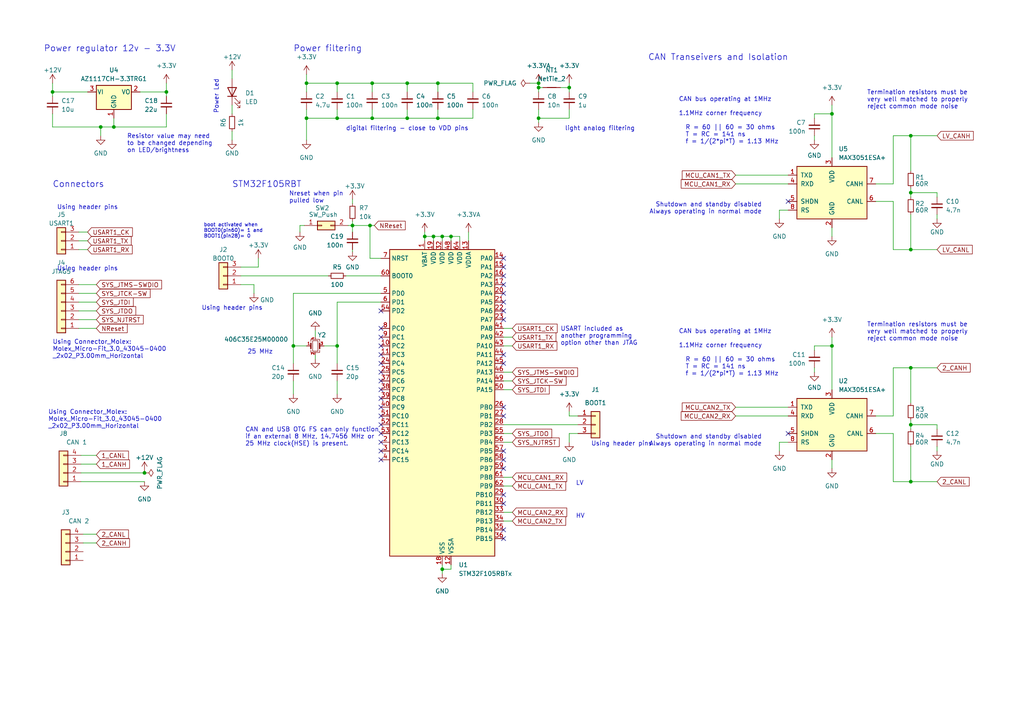
<source format=kicad_sch>
(kicad_sch (version 20250114) (generator "eeschema") (generator_version "9.0")
  (paper "A4")
  (lib_symbols
    (symbol "Connector_Generic:Conn_01x03" (pin_names (offset 1.016) (hide yes))
      (property "Reference" "J" (at 0 5.08 0))
      (property "Value" "Conn_01x03" (at 0 -5.08 0))
      (symbol "Conn_01x03_1_1"
        (pin passive line (at -5.08 2.54 0) (length 3.81) (name "Pin_1") (number "1"))
        (pin passive line (at -5.08 0 0) (length 3.81) (name "Pin_2") (number "2"))
        (pin passive line (at -5.08 -2.54 0) (length 3.81) (name "Pin_3") (number "3"))
      )
    )
    (symbol "Connector_Generic:Conn_01x04" (pin_names (offset 1.016) (hide yes))
      (property "Reference" "J" (at 0 5.08 0))
      (property "Value" "Conn_01x04" (at 0 -7.62 0))
      (symbol "Conn_01x04_1_1"
        (pin passive line (at -5.08 2.54 0) (length 3.81) (name "Pin_1") (number "1"))
        (pin passive line (at -5.08 0 0) (length 3.81) (name "Pin_2") (number "2"))
        (pin passive line (at -5.08 -2.54 0) (length 3.81) (name "Pin_3") (number "3"))
        (pin passive line (at -5.08 -5.08 0) (length 3.81) (name "Pin_4") (number "4"))
      )
    )
    (symbol "Connector_Generic:Conn_01x06" (pin_names (offset 1.016) (hide yes))
      (property "Reference" "J" (at 0 7.62 0))
      (property "Value" "Conn_01x06" (at 0 -10.16 0))
      (symbol "Conn_01x06_1_1"
        (pin passive line (at -5.08 5.08 0) (length 3.81) (name "Pin_1") (number "1"))
        (pin passive line (at -5.08 2.54 0) (length 3.81) (name "Pin_2") (number "2"))
        (pin passive line (at -5.08 0 0) (length 3.81) (name "Pin_3") (number "3"))
        (pin passive line (at -5.08 -2.54 0) (length 3.81) (name "Pin_4") (number "4"))
        (pin passive line (at -5.08 -5.08 0) (length 3.81) (name "Pin_5") (number "5"))
        (pin passive line (at -5.08 -7.62 0) (length 3.81) (name "Pin_6") (number "6"))
      )
    )
    (symbol "Connector_Generic:Conn_02x01" (pin_names (offset 1.016) (hide yes))
      (property "Reference" "J" (at 1.27 2.54 0))
      (property "Value" "Conn_02x01" (at 1.27 -2.54 0))
      (symbol "Conn_02x01_1_1"
        (pin passive line (at -5.08 0 0) (length 3.81) (name "Pin_1") (number "1"))
        (pin passive line (at 7.62 0 180) (length 3.81) (name "Pin_2") (number "2"))
      )
    )
    (symbol "Device:C_Small" (pin_numbers (hide yes)) (pin_names (offset 0.254) (hide yes))
      (property "Reference" "C" (at 0.254 1.778 0))
      (property "Value" "C_Small" (at 0.254 -2.032 0))
      (symbol "C_Small_1_1"
        (pin passive line (at 0 2.54 270) (length 2.032) (name "~") (number "1"))
        (pin passive line (at 0 -2.54 90) (length 2.032) (name "~") (number "2"))
      )
    )
    (symbol "Device:Crystal_GND24_Small" (pin_names (offset 1.016) (hide yes))
      (property "Reference" "Y" (at 1.27 4.445 0))
      (property "Value" "Crystal_GND24_Small" (at 1.27 2.54 0))
      (symbol "Crystal_GND24_Small_1_1"
        (pin passive line (at -2.54 0 0) (length 1.27) (name "1") (number "1"))
        (pin passive line (at 0 2.54 270) (length 0.635) (name "4") (number "4"))
        (pin passive line (at 0 -2.54 90) (length 0.635) (name "2") (number "2"))
        (pin passive line (at 2.54 0 180) (length 1.27) (name "3") (number "3"))
      )
    )
    (symbol "Device:LED" (pin_numbers (hide yes)) (pin_names (offset 1.016) (hide yes))
      (property "Reference" "D" (at 0 2.54 0))
      (property "Value" "LED" (at 0 -2.54 0))
      (symbol "LED_1_1"
        (pin passive line (at -3.81 0 0) (length 2.54) (name "K") (number "1"))
        (pin passive line (at 3.81 0 180) (length 2.54) (name "A") (number "2"))
      )
    )
    (symbol "Device:NetTie_2" (pin_numbers (hide yes)) (pin_names (offset 0) (hide yes)) (in_bom no)
      (property "Reference" "NT" (at 0 1.27 0))
      (property "Value" "NetTie_2" (at 0 -1.27 0))
      (symbol "NetTie_2_1_1"
        (pin passive line (at -2.54 0 0) (length 2.54) (name "1") (number "1"))
        (pin passive line (at 2.54 0 180) (length 2.54) (name "2") (number "2"))
      )
    )
    (symbol "Device:R_Small" (pin_numbers (hide yes)) (pin_names (offset 0.254) (hide yes))
      (property "Reference" "R" (at 0.762 0.508 0))
      (property "Value" "R_Small" (at 0.762 -1.016 0))
      (symbol "R_Small_1_1"
        (pin passive line (at 0 2.54 270) (length 0.762) (name "~") (number "1"))
        (pin passive line (at 0 -2.54 90) (length 0.762) (name "~") (number "2"))
      )
    )
    (symbol "Interface_UART:MAX3051" (pin_names (offset 1.016))
      (property "Reference" "U" (at -10.16 8.89 0))
      (property "Value" "MAX3051" (at 2.54 8.89 0))
      (symbol "MAX3051_1_1"
        (pin input line (at -12.7 5.08 0) (length 2.54) (name "TXD") (number "1"))
        (pin output line (at -12.7 2.54 0) (length 2.54) (name "RXD") (number "4"))
        (pin input line (at -12.7 -2.54 0) (length 2.54) (name "SHDN") (number "5"))
        (pin input line (at -12.7 -5.08 0) (length 2.54) (name "RS") (number "8"))
        (pin power_in line (at 0 10.16 270) (length 2.54) (name "VDD") (number "3"))
        (pin power_in line (at 0 -10.16 90) (length 2.54) (name "GND") (number "2"))
        (pin bidirectional line (at 12.7 2.54 180) (length 2.54) (name "CANH") (number "7"))
        (pin bidirectional line (at 12.7 -2.54 180) (length 2.54) (name "CANL") (number "6"))
      )
    )
    (symbol "MCU_ST_STM32F1:STM32F105RBTx"
      (property "Reference" "U" (at -15.24 46.99 0))
      (property "Value" "STM32F105RBTx" (at 10.16 46.99 0))
      (symbol "STM32F105RBTx_1_1"
        (pin input line (at -17.78 43.18 0) (length 2.54) (name "NRST") (number "7"))
        (pin input line (at -17.78 38.1 0) (length 2.54) (name "BOOT0") (number "60"))
        (pin bidirectional line (at -17.78 33.02 0) (length 2.54) (name "PD0") (number "5"))
        (pin bidirectional line (at -17.78 30.48 0) (length 2.54) (name "PD1") (number "6"))
        (pin bidirectional line (at -17.78 27.94 0) (length 2.54) (name "PD2") (number "54"))
        (pin bidirectional line (at -17.78 22.86 0) (length 2.54) (name "PC0") (number "8"))
        (pin bidirectional line (at -17.78 20.32 0) (length 2.54) (name "PC1") (number "9"))
        (pin bidirectional line (at -17.78 17.78 0) (length 2.54) (name "PC2") (number "10"))
        (pin bidirectional line (at -17.78 15.24 0) (length 2.54) (name "PC3") (number "11"))
        (pin bidirectional line (at -17.78 12.7 0) (length 2.54) (name "PC4") (number "24"))
        (pin bidirectional line (at -17.78 10.16 0) (length 2.54) (name "PC5") (number "25"))
        (pin bidirectional line (at -17.78 7.62 0) (length 2.54) (name "PC6") (number "37"))
        (pin bidirectional line (at -17.78 5.08 0) (length 2.54) (name "PC7") (number "38"))
        (pin bidirectional line (at -17.78 2.54 0) (length 2.54) (name "PC8") (number "39"))
        (pin bidirectional line (at -17.78 0 0) (length 2.54) (name "PC9") (number "40"))
        (pin bidirectional line (at -17.78 -2.54 0) (length 2.54) (name "PC10") (number "51"))
        (pin bidirectional line (at -17.78 -5.08 0) (length 2.54) (name "PC11") (number "52"))
        (pin bidirectional line (at -17.78 -7.62 0) (length 2.54) (name "PC12") (number "53"))
        (pin bidirectional line (at -17.78 -10.16 0) (length 2.54) (name "PC13") (number "2"))
        (pin bidirectional line (at -17.78 -12.7 0) (length 2.54) (name "PC14") (number "3"))
        (pin bidirectional line (at -17.78 -15.24 0) (length 2.54) (name "PC15") (number "4"))
        (pin power_in line (at -5.08 48.26 270) (length 2.54) (name "VBAT") (number "1"))
        (pin power_in line (at -2.54 48.26 270) (length 2.54) (name "VDD") (number "19"))
        (pin power_in line (at 0 48.26 270) (length 2.54) (name "VDD") (number "32"))
        (pin power_in line (at 0 -45.72 90) (length 2.54) (name "VSS") (number "18"))
        (pin passive line (at 0 -45.72 90) (length 2.54) (hide yes) (name "VSS") (number "31"))
        (pin passive line (at 0 -45.72 90) (length 2.54) (hide yes) (name "VSS") (number "47"))
        (pin passive line (at 0 -45.72 90) (length 2.54) (hide yes) (name "VSS") (number "63"))
        (pin power_in line (at 2.54 48.26 270) (length 2.54) (name "VDD") (number "48"))
        (pin power_in line (at 2.54 -45.72 90) (length 2.54) (name "VSSA") (number "12"))
        (pin power_in line (at 5.08 48.26 270) (length 2.54) (name "VDD") (number "64"))
        (pin power_in line (at 7.62 48.26 270) (length 2.54) (name "VDDA") (number "13"))
        (pin bidirectional line (at 17.78 43.18 180) (length 2.54) (name "PA0") (number "14"))
        (pin bidirectional line (at 17.78 40.64 180) (length 2.54) (name "PA1") (number "15"))
        (pin bidirectional line (at 17.78 38.1 180) (length 2.54) (name "PA2") (number "16"))
        (pin bidirectional line (at 17.78 35.56 180) (length 2.54) (name "PA3") (number "17"))
        (pin bidirectional line (at 17.78 33.02 180) (length 2.54) (name "PA4") (number "20"))
        (pin bidirectional line (at 17.78 30.48 180) (length 2.54) (name "PA5") (number "21"))
        (pin bidirectional line (at 17.78 27.94 180) (length 2.54) (name "PA6") (number "22"))
        (pin bidirectional line (at 17.78 25.4 180) (length 2.54) (name "PA7") (number "23"))
        (pin bidirectional line (at 17.78 22.86 180) (length 2.54) (name "PA8") (number "41"))
        (pin bidirectional line (at 17.78 20.32 180) (length 2.54) (name "PA9") (number "42"))
        (pin bidirectional line (at 17.78 17.78 180) (length 2.54) (name "PA10") (number "43"))
        (pin bidirectional line (at 17.78 15.24 180) (length 2.54) (name "PA11") (number "44"))
        (pin bidirectional line (at 17.78 12.7 180) (length 2.54) (name "PA12") (number "45"))
        (pin bidirectional line (at 17.78 10.16 180) (length 2.54) (name "PA13") (number "46"))
        (pin bidirectional line (at 17.78 7.62 180) (length 2.54) (name "PA14") (number "49"))
        (pin bidirectional line (at 17.78 5.08 180) (length 2.54) (name "PA15") (number "50"))
        (pin bidirectional line (at 17.78 0 180) (length 2.54) (name "PB0") (number "26"))
        (pin bidirectional line (at 17.78 -2.54 180) (length 2.54) (name "PB1") (number "27"))
        (pin bidirectional line (at 17.78 -5.08 180) (length 2.54) (name "PB2") (number "28"))
        (pin bidirectional line (at 17.78 -7.62 180) (length 2.54) (name "PB3") (number "55"))
        (pin bidirectional line (at 17.78 -10.16 180) (length 2.54) (name "PB4") (number "56"))
        (pin bidirectional line (at 17.78 -12.7 180) (length 2.54) (name "PB5") (number "57"))
        (pin bidirectional line (at 17.78 -15.24 180) (length 2.54) (name "PB6") (number "58"))
        (pin bidirectional line (at 17.78 -17.78 180) (length 2.54) (name "PB7") (number "59"))
        (pin bidirectional line (at 17.78 -20.32 180) (length 2.54) (name "PB8") (number "61"))
        (pin bidirectional line (at 17.78 -22.86 180) (length 2.54) (name "PB9") (number "62"))
        (pin bidirectional line (at 17.78 -25.4 180) (length 2.54) (name "PB10") (number "29"))
        (pin bidirectional line (at 17.78 -27.94 180) (length 2.54) (name "PB11") (number "30"))
        (pin bidirectional line (at 17.78 -30.48 180) (length 2.54) (name "PB12") (number "33"))
        (pin bidirectional line (at 17.78 -33.02 180) (length 2.54) (name "PB13") (number "34"))
        (pin bidirectional line (at 17.78 -35.56 180) (length 2.54) (name "PB14") (number "35"))
        (pin bidirectional line (at 17.78 -38.1 180) (length 2.54) (name "PB15") (number "36"))
      )
    )
    (symbol "Regulator_Linear:AZ1117-3.3" (pin_names (offset 0.254))
      (property "Reference" "U" (at -3.81 3.175 0))
      (property "Value" "AZ1117-3.3" (at 0 3.175 0))
      (symbol "AZ1117-3.3_1_1"
        (pin power_in line (at -7.62 0 0) (length 2.54) (name "VI") (number "3"))
        (pin power_in line (at 0 -7.62 90) (length 2.54) (name "GND") (number "1"))
        (pin power_out line (at 7.62 0 180) (length 2.54) (name "VO") (number "2"))
      )
    )
    (symbol "power:+12V" (power) (pin_names (offset 0))
      (property "Value" "+12V" (at 0 3.556 0))
      (symbol "+12V_1_1"
        (pin power_in line (at 0 0 90) (length 0) (hide yes) (name "+12V") (number "1"))
      )
    )
    (symbol "power:+3.3V" (power) (pin_names (offset 0))
      (property "Value" "+3.3V" (at 0 3.556 0))
      (symbol "+3.3V_1_1"
        (pin power_in line (at 0 0 90) (length 0) (hide yes) (name "+3.3V") (number "1"))
      )
    )
    (symbol "power:+3.3VA" (power) (pin_names (offset 0))
      (property "Value" "+3.3VA" (at 0 3.556 0))
      (symbol "+3.3VA_1_1"
        (pin power_in line (at 0 0 90) (length 0) (hide yes) (name "+3.3VA") (number "1"))
      )
    )
    (symbol "power:GND" (power) (pin_names (offset 0))
      (property "Value" "GND" (at 0 -3.81 0))
      (symbol "GND_1_1"
        (pin power_in line (at 0 0 270) (length 0) (hide yes) (name "GND") (number "1"))
      )
    )
    (symbol "power:PWR_FLAG" (power) (pin_numbers (hide yes)) (pin_names (offset 0) (hide yes))
      (property "Value" "PWR_FLAG" (at 0 3.81 0))
      (symbol "PWR_FLAG_0_0"
        (pin power_out line (at 0 0 90) (length 0) (name "pwr") (number "1"))
      )
    )
  )
  (text "Using header pins" (at 16.51 60.96 0) (effects (font (size 1.27 1.27)) (justify left bottom)))
  (text "Shutdown and standby disabled\nAlways operating in normal mode" (at 220.98 62.23 0) (effects (font (size 1.27 1.27)) (justify right bottom)))
  (text "Termination resistors must be \nvery well matched to properly \nreject common mode noise" (at 251.46 31.75 0) (effects (font (size 1.27 1.27)) (justify left bottom)))
  (text "boot activated when\nBOOT0(pin60)= 1 and \nBOOT1(pin28)= 0" (at 59.055 69.215 0) (effects (font (size 1.016 1.016)) (justify left bottom)))
  (text "Using header pins" (at 76.2 90.17 0) (effects (font (size 1.27 1.27)) (justify right bottom)))
  (text "Termination resistors must be \nvery well matched to properly \nreject common mode noise" (at 251.46 99.06 0) (effects (font (size 1.27 1.27)) (justify left bottom)))
  (text "CAN and USB OTG FS can only function \nif an external 8 MHz, 14.7456 MHz or\n25 MHz clock(HSE) is present." (at 71.12 129.54 0) (effects (font (size 1.27 1.27)) (justify left bottom)))
  (text "Using Connector_Molex:\nMolex_Micro-Fit_3.0_43045-0400\n_2x02_P3.00mm_Horizontal" (at 13.97 124.46 0) (effects (font (size 1.27 1.27)) (justify left bottom)))
  (text "Power Led" (at 63.5 33.02 90) (effects (font (size 1.27 1.27)) (justify left bottom)))
  (text "Power regulator 12v - 3.3V" (at 12.7 15.24 0) (effects (font (size 1.778 1.778)) (justify left bottom)))
  (text "Nreset when pin \npulled low" (at 83.82 59.055 0) (effects (font (size 1.27 1.27)) (justify left bottom)))
  (text "Shutdown and standby disabled\nAlways operating in normal mode" (at 220.98 129.54 0) (effects (font (size 1.27 1.27)) (justify right bottom)))
  (text "LV" (at 167.005 140.97 0) (effects (font (size 1.27 1.27)) (justify left bottom)))
  (text "HV" (at 167.005 150.495 0) (effects (font (size 1.27 1.27)) (justify left bottom)))
  (text "Using Connector_Molex:\nMolex_Micro-Fit_3.0_43045-0400\n_2x02_P3.00mm_Horizontal" (at 15.24 104.14 0) (effects (font (size 1.27 1.27)) (justify left bottom)))
  (text "digital filtering - close to VDD pins" (at 100.33 38.1 0) (effects (font (size 1.27 1.27)) (justify left bottom)))
  (text "CAN bus operating at 1MHz\n\n1.1MHz corner frequency\n\n  R = 60 || 60 = 30 ohms\n  T = RC = 141 ns\n  f = 1/(2*pi*T) = 1.13 MHz\n" (at 196.85 109.22 0) (effects (font (size 1.27 1.27)) (justify left bottom)))
  (text "CAN Transeivers and Isolation" (at 187.96 17.78 0) (effects (font (size 1.778 1.778)) (justify left bottom)))
  (text "Resistor value may need\nto be changed depending\non LED/brightness" (at 36.83 44.45 0) (effects (font (size 1.27 1.27)) (justify left bottom)))
  (text "light analog filtering" (at 163.83 38.1 0) (effects (font (size 1.27 1.27)) (justify left bottom)))
  (text "Connectors" (at 15.24 54.61 0) (effects (font (size 1.778 1.778)) (justify left bottom)))
  (text "STM32F105RBT" (at 67.31 54.61 0) (effects (font (size 1.778 1.778)) (justify left bottom)))
  (text "25 MHz" (at 71.755 102.87 0) (effects (font (size 1.27 1.27)) (justify left bottom)))
  (text "Using header pins" (at 16.51 78.74 0) (effects (font (size 1.27 1.27)) (justify left bottom)))
  (text "Using header pins" (at 171.45 129.54 0) (effects (font (size 1.27 1.27)) (justify left bottom)))
  (text "CAN bus operating at 1MHz\n\n1.1MHz corner frequency\n\n  R = 60 || 60 = 30 ohms\n  T = RC = 141 ns\n  f = 1/(2*pi*T) = 1.13 MHz\n" (at 196.85 41.91 0) (effects (font (size 1.27 1.27)) (justify left bottom)))
  (text "USART included as \nanother programming\noption other than JTAG" (at 162.56 100.33 0) (effects (font (size 1.27 1.27)) (justify left bottom)))
  (text "Power filtering" (at 85.09 15.24 0) (effects (font (size 1.778 1.778)) (justify left bottom)))
  (junction (at 107.95 34.29))
  (junction (at 264.16 39.37))
  (junction (at 107.315 65.405))
  (junction (at 127 34.29))
  (junction (at 127 24.13))
  (junction (at 107.95 24.13))
  (junction (at 156.21 25.4))
  (junction (at 264.16 106.68))
  (junction (at 29.21 36.83))
  (junction (at 156.21 34.29))
  (junction (at 130.81 68.58))
  (junction (at 165.1 25.4))
  (junction (at 41.91 137.16))
  (junction (at 128.27 68.58))
  (junction (at 118.11 24.13))
  (junction (at 241.3 33.02))
  (junction (at 264.16 72.39))
  (junction (at 102.235 65.405))
  (junction (at 97.79 100.33))
  (junction (at 128.27 165.1))
  (junction (at 156.21 24.13))
  (junction (at 33.02 36.83))
  (junction (at 48.26 26.67))
  (junction (at 88.9 24.13))
  (junction (at 88.9 34.29))
  (junction (at 97.79 34.29))
  (junction (at 264.16 55.88))
  (junction (at 85.09 100.33))
  (junction (at 123.19 68.58))
  (junction (at 118.11 34.29))
  (junction (at 264.16 123.19))
  (junction (at 241.3 100.33))
  (junction (at 15.24 26.67))
  (junction (at 97.79 24.13))
  (junction (at 264.16 139.7))
  (junction (at 125.73 68.58))
  (no_connect (at 110.49 110.49))
  (no_connect (at 110.49 107.95))
  (no_connect (at 146.05 90.17))
  (no_connect (at 110.49 120.65))
  (no_connect (at 146.05 135.89))
  (no_connect (at 110.49 123.19))
  (no_connect (at 110.49 115.57))
  (no_connect (at 110.49 128.27))
  (no_connect (at 228.6 58.42))
  (no_connect (at 146.05 156.21))
  (no_connect (at 146.05 74.93))
  (no_connect (at 146.05 120.65))
  (no_connect (at 146.05 130.81))
  (no_connect (at 146.05 118.11))
  (no_connect (at 110.49 102.87))
  (no_connect (at 146.05 77.47))
  (no_connect (at 110.49 113.03))
  (no_connect (at 146.05 92.71))
  (no_connect (at 146.05 105.41))
  (no_connect (at 146.05 153.67))
  (no_connect (at 110.49 125.73))
  (no_connect (at 110.49 105.41))
  (no_connect (at 110.49 133.35))
  (no_connect (at 228.6 125.73))
  (no_connect (at 146.05 80.01))
  (no_connect (at 146.05 143.51))
  (no_connect (at 146.05 146.05))
  (no_connect (at 146.05 87.63))
  (no_connect (at 110.49 130.81))
  (no_connect (at 110.49 97.79))
  (no_connect (at 146.05 82.55))
  (no_connect (at 146.05 133.35))
  (no_connect (at 146.05 85.09))
  (no_connect (at 146.05 102.87))
  (no_connect (at 110.49 95.25))
  (no_connect (at 110.49 90.17))
  (no_connect (at 110.49 118.11))
  (no_connect (at 110.49 100.33))
  (wire (pts (xy 264.16 55.88) (xy 264.16 57.15)))
  (wire (pts (xy 254 53.34) (xy 259.08 53.34)))
  (wire (pts (xy 259.08 106.68) (xy 264.16 106.68)))
  (wire (pts (xy 33.02 36.83) (xy 48.26 36.83)))
  (wire (pts (xy 127 24.13) (xy 127 26.67)))
  (wire (pts (xy 165.1 120.65) (xy 167.64 120.65)))
  (wire (pts (xy 85.09 100.33) (xy 88.9 100.33)))
  (wire (pts (xy 33.02 36.83) (xy 29.21 36.83)))
  (wire (pts (xy 67.31 20.32) (xy 67.31 22.86)))
  (wire (pts (xy 91.44 102.87) (xy 91.44 104.14)))
  (wire (pts (xy 107.315 74.93) (xy 110.49 74.93)))
  (wire (pts (xy 125.73 68.58) (xy 128.27 68.58)))
  (wire (pts (xy 146.05 128.27) (xy 148.59 128.27)))
  (wire (pts (xy 88.9 34.29) (xy 88.9 40.64)))
  (wire (pts (xy 107.315 65.405) (xy 108.585 65.405)))
  (wire (pts (xy 102.235 65.405) (xy 107.315 65.405)))
  (wire (pts (xy 123.19 68.58) (xy 123.19 69.85)))
  (wire (pts (xy 100.965 65.405) (xy 102.235 65.405)))
  (wire (pts (xy 22.86 72.39) (xy 25.4 72.39)))
  (wire (pts (xy 24.13 154.94) (xy 27.94 154.94)))
  (wire (pts (xy 156.21 31.75) (xy 156.21 34.29)))
  (wire (pts (xy 241.3 33.02) (xy 241.3 45.72)))
  (wire (pts (xy 213.36 50.8) (xy 228.6 50.8)))
  (wire (pts (xy 102.235 72.39) (xy 102.235 73.025)))
  (wire (pts (xy 107.95 24.13) (xy 107.95 26.67)))
  (wire (pts (xy 259.08 53.34) (xy 259.08 39.37)))
  (wire (pts (xy 85.09 85.09) (xy 110.49 85.09)))
  (wire (pts (xy 156.21 34.29) (xy 156.21 35.56)))
  (wire (pts (xy 97.79 87.63) (xy 97.79 100.33)))
  (wire (pts (xy 254 125.73) (xy 259.08 125.73)))
  (wire (pts (xy 165.1 125.73) (xy 167.64 125.73)))
  (wire (pts (xy 23.495 134.62) (xy 27.94 134.62)))
  (wire (pts (xy 133.35 68.58) (xy 133.35 69.85)))
  (wire (pts (xy 93.98 100.33) (xy 97.79 100.33)))
  (wire (pts (xy 128.27 68.58) (xy 130.81 68.58)))
  (wire (pts (xy 264.16 123.19) (xy 264.16 124.46)))
  (wire (pts (xy 213.36 53.34) (xy 228.6 53.34)))
  (wire (pts (xy 48.26 27.94) (xy 48.26 26.67)))
  (wire (pts (xy 264.16 54.61) (xy 264.16 55.88)))
  (wire (pts (xy 22.86 95.25) (xy 27.94 95.25)))
  (wire (pts (xy 264.16 123.19) (xy 271.78 123.19)))
  (wire (pts (xy 130.81 163.83) (xy 130.81 165.1)))
  (wire (pts (xy 102.235 65.405) (xy 102.235 67.31)))
  (wire (pts (xy 146.05 113.03) (xy 148.59 113.03)))
  (wire (pts (xy 88.265 65.405) (xy 86.995 65.405)))
  (wire (pts (xy 15.24 27.94) (xy 15.24 26.67)))
  (wire (pts (xy 241.3 133.35) (xy 241.3 135.89)))
  (wire (pts (xy 165.1 31.75) (xy 165.1 34.29)))
  (wire (pts (xy 97.79 110.49) (xy 97.79 114.3)))
  (wire (pts (xy 213.36 120.65) (xy 228.6 120.65)))
  (wire (pts (xy 254 58.42) (xy 259.08 58.42)))
  (wire (pts (xy 128.27 165.1) (xy 130.81 165.1)))
  (wire (pts (xy 259.08 120.65) (xy 259.08 106.68)))
  (wire (pts (xy 118.11 34.29) (xy 107.95 34.29)))
  (wire (pts (xy 22.86 92.71) (xy 27.94 92.71)))
  (wire (pts (xy 236.22 34.29) (xy 236.22 33.02)))
  (wire (pts (xy 127 34.29) (xy 118.11 34.29)))
  (wire (pts (xy 226.06 128.27) (xy 228.6 128.27)))
  (wire (pts (xy 29.21 36.83) (xy 15.24 36.83)))
  (wire (pts (xy 107.95 31.75) (xy 107.95 34.29)))
  (wire (pts (xy 97.79 24.13) (xy 97.79 26.67)))
  (wire (pts (xy 264.16 62.23) (xy 264.16 72.39)))
  (wire (pts (xy 241.3 30.48) (xy 241.3 33.02)))
  (wire (pts (xy 241.3 100.33) (xy 241.3 113.03)))
  (wire (pts (xy 29.21 36.83) (xy 29.21 39.37)))
  (wire (pts (xy 137.16 34.29) (xy 127 34.29)))
  (wire (pts (xy 107.315 74.93) (xy 107.315 65.405)))
  (wire (pts (xy 33.02 34.29) (xy 33.02 36.83)))
  (wire (pts (xy 48.26 33.02) (xy 48.26 36.83)))
  (wire (pts (xy 88.9 21.59) (xy 88.9 24.13)))
  (wire (pts (xy 165.1 125.73) (xy 165.1 128.27)))
  (wire (pts (xy 264.16 39.37) (xy 271.78 39.37)))
  (wire (pts (xy 264.16 72.39) (xy 271.78 72.39)))
  (wire (pts (xy 264.16 106.68) (xy 271.78 106.68)))
  (wire (pts (xy 130.81 68.58) (xy 133.35 68.58)))
  (wire (pts (xy 97.79 100.33) (xy 97.79 105.41)))
  (wire (pts (xy 118.11 24.13) (xy 118.11 26.67)))
  (wire (pts (xy 102.235 57.785) (xy 102.235 59.055)))
  (wire (pts (xy 128.27 165.1) (xy 128.27 166.37)))
  (wire (pts (xy 24.13 157.48) (xy 27.94 157.48)))
  (wire (pts (xy 165.1 34.29) (xy 156.21 34.29)))
  (wire (pts (xy 146.05 100.33) (xy 148.59 100.33)))
  (wire (pts (xy 236.22 33.02) (xy 241.3 33.02)))
  (wire (pts (xy 123.19 67.31) (xy 123.19 68.58)))
  (wire (pts (xy 162.56 25.4) (xy 165.1 25.4)))
  (wire (pts (xy 146.05 125.73) (xy 148.59 125.73)))
  (wire (pts (xy 264.16 121.92) (xy 264.16 123.19)))
  (wire (pts (xy 23.495 132.08) (xy 27.94 132.08)))
  (wire (pts (xy 226.06 63.5) (xy 226.06 60.96)))
  (wire (pts (xy 259.08 39.37) (xy 264.16 39.37)))
  (wire (pts (xy 15.24 24.13) (xy 15.24 26.67)))
  (wire (pts (xy 67.31 38.1) (xy 67.31 40.64)))
  (wire (pts (xy 264.16 139.7) (xy 271.78 139.7)))
  (wire (pts (xy 86.995 65.405) (xy 86.995 67.31)))
  (wire (pts (xy 74.93 77.47) (xy 74.93 74.93)))
  (wire (pts (xy 97.79 87.63) (xy 110.49 87.63)))
  (wire (pts (xy 146.05 95.25) (xy 148.59 95.25)))
  (wire (pts (xy 130.81 68.58) (xy 130.81 69.85)))
  (wire (pts (xy 22.86 67.31) (xy 25.4 67.31)))
  (wire (pts (xy 236.22 39.37) (xy 236.22 40.64)))
  (wire (pts (xy 213.36 118.11) (xy 228.6 118.11)))
  (wire (pts (xy 264.16 55.88) (xy 271.78 55.88)))
  (wire (pts (xy 15.24 36.83) (xy 15.24 33.02)))
  (wire (pts (xy 69.85 77.47) (xy 74.93 77.47)))
  (wire (pts (xy 41.91 136.525) (xy 41.91 137.16)))
  (wire (pts (xy 241.3 97.79) (xy 241.3 100.33)))
  (wire (pts (xy 97.79 24.13) (xy 88.9 24.13)))
  (wire (pts (xy 22.86 90.17) (xy 27.94 90.17)))
  (wire (pts (xy 88.9 31.75) (xy 88.9 34.29)))
  (wire (pts (xy 146.05 110.49) (xy 148.59 110.49)))
  (wire (pts (xy 259.08 58.42) (xy 259.08 72.39)))
  (wire (pts (xy 91.44 95.885) (xy 91.44 97.79)))
  (wire (pts (xy 48.26 26.67) (xy 40.64 26.67)))
  (wire (pts (xy 236.22 106.68) (xy 236.22 107.95)))
  (wire (pts (xy 241.3 66.04) (xy 241.3 68.58)))
  (wire (pts (xy 97.79 31.75) (xy 97.79 34.29)))
  (wire (pts (xy 69.85 80.01) (xy 95.25 80.01)))
  (wire (pts (xy 22.86 69.85) (xy 25.4 69.85)))
  (wire (pts (xy 85.09 110.49) (xy 85.09 114.3)))
  (wire (pts (xy 107.95 24.13) (xy 97.79 24.13)))
  (wire (pts (xy 146.05 107.95) (xy 148.59 107.95)))
  (wire (pts (xy 146.05 151.13) (xy 148.59 151.13)))
  (wire (pts (xy 22.86 87.63) (xy 27.94 87.63)))
  (wire (pts (xy 48.26 24.13) (xy 48.26 26.67)))
  (wire (pts (xy 271.78 124.46) (xy 271.78 123.19)))
  (wire (pts (xy 153.67 24.13) (xy 156.21 24.13)))
  (wire (pts (xy 128.27 68.58) (xy 128.27 69.85)))
  (wire (pts (xy 118.11 24.13) (xy 107.95 24.13)))
  (wire (pts (xy 226.06 130.81) (xy 226.06 128.27)))
  (wire (pts (xy 85.09 85.09) (xy 85.09 100.33)))
  (wire (pts (xy 226.06 60.96) (xy 228.6 60.96)))
  (wire (pts (xy 254 120.65) (xy 259.08 120.65)))
  (wire (pts (xy 259.08 125.73) (xy 259.08 139.7)))
  (wire (pts (xy 236.22 100.33) (xy 241.3 100.33)))
  (wire (pts (xy 88.9 24.13) (xy 88.9 26.67)))
  (wire (pts (xy 128.27 163.83) (xy 128.27 165.1)))
  (wire (pts (xy 102.235 64.135) (xy 102.235 65.405)))
  (wire (pts (xy 135.89 67.31) (xy 135.89 69.85)))
  (wire (pts (xy 97.79 34.29) (xy 88.9 34.29)))
  (wire (pts (xy 165.1 25.4) (xy 165.1 26.67)))
  (wire (pts (xy 22.86 82.55) (xy 27.94 82.55)))
  (wire (pts (xy 23.495 137.16) (xy 41.91 137.16)))
  (wire (pts (xy 146.05 123.19) (xy 167.64 123.19)))
  (wire (pts (xy 236.22 101.6) (xy 236.22 100.33)))
  (wire (pts (xy 156.21 24.13) (xy 156.21 25.4)))
  (wire (pts (xy 73.66 82.55) (xy 73.66 85.09)))
  (wire (pts (xy 22.86 85.09) (xy 27.94 85.09)))
  (wire (pts (xy 156.21 25.4) (xy 156.21 26.67)))
  (wire (pts (xy 146.05 148.59) (xy 148.59 148.59)))
  (wire (pts (xy 264.16 49.53) (xy 264.16 39.37)))
  (wire (pts (xy 125.73 68.58) (xy 125.73 69.85)))
  (wire (pts (xy 123.19 68.58) (xy 125.73 68.58)))
  (wire (pts (xy 127 24.13) (xy 118.11 24.13)))
  (wire (pts (xy 146.05 140.97) (xy 148.59 140.97)))
  (wire (pts (xy 259.08 72.39) (xy 264.16 72.39)))
  (wire (pts (xy 69.85 82.55) (xy 73.66 82.55)))
  (wire (pts (xy 156.21 25.4) (xy 157.48 25.4)))
  (wire (pts (xy 165.1 119.38) (xy 165.1 120.65)))
  (wire (pts (xy 23.495 139.7) (xy 41.91 139.7)))
  (wire (pts (xy 264.16 116.84) (xy 264.16 106.68)))
  (wire (pts (xy 100.33 80.01) (xy 110.49 80.01)))
  (wire (pts (xy 67.31 30.48) (xy 67.31 33.02)))
  (wire (pts (xy 137.16 31.75) (xy 137.16 34.29)))
  (wire (pts (xy 165.1 24.13) (xy 165.1 25.4)))
  (wire (pts (xy 137.16 24.13) (xy 127 24.13)))
  (wire (pts (xy 107.95 34.29) (xy 97.79 34.29)))
  (wire (pts (xy 271.78 57.15) (xy 271.78 55.88)))
  (wire (pts (xy 264.16 129.54) (xy 264.16 139.7)))
  (wire (pts (xy 137.16 24.13) (xy 137.16 26.67)))
  (wire (pts (xy 259.08 139.7) (xy 264.16 139.7)))
  (wire (pts (xy 146.05 138.43) (xy 148.59 138.43)))
  (wire (pts (xy 127 31.75) (xy 127 34.29)))
  (wire (pts (xy 146.05 97.79) (xy 148.59 97.79)))
  (wire (pts (xy 271.78 62.23) (xy 271.78 63.5)))
  (wire (pts (xy 15.24 26.67) (xy 25.4 26.67)))
  (wire (pts (xy 271.78 129.54) (xy 271.78 130.81)))
  (wire (pts (xy 85.09 100.33) (xy 85.09 105.41)))
  (wire (pts (xy 118.11 31.75) (xy 118.11 34.29)))
  (global_label "SYS_NJTRST" (shape input) (at 27.94 92.71 0) (property "Intersheetrefs" "${INTERSHEET_REFS}" (effects (hide yes))))
  (global_label "MCU_CAN2_RX" (shape input) (at 148.59 148.59 0) (property "Intersheetrefs" "${INTERSHEET_REFS}" (effects (hide yes))))
  (global_label "USART1_RX" (shape input) (at 148.59 100.33 0) (property "Intersheetrefs" "${INTERSHEET_REFS}" (effects (hide yes))))
  (global_label "LV_CANL" (shape input) (at 271.78 72.39 0) (property "Intersheetrefs" "${INTERSHEET_REFS}" (effects (hide yes))))
  (global_label "2_CANL" (shape input) (at 271.78 139.7 0) (property "Intersheetrefs" "${INTERSHEET_REFS}" (effects (hide yes))))
  (global_label "MCU_CAN2_RX" (shape input) (at 213.36 120.65 180) (property "Intersheetrefs" "${INTERSHEET_REFS}" (effects (hide yes))))
  (global_label "MCU_CAN2_TX" (shape input) (at 213.36 118.11 180) (property "Intersheetrefs" "${INTERSHEET_REFS}" (effects (hide yes))))
  (global_label "NReset" (shape input) (at 27.94 95.25 0) (property "Intersheetrefs" "${INTERSHEET_REFS}" (effects (hide yes))))
  (global_label "1_CANL" (shape input) (at 27.94 132.08 0) (property "Intersheetrefs" "${INTERSHEET_REFS}" (effects (hide yes))))
  (global_label "MCU_CAN1_RX" (shape input) (at 213.36 53.34 180) (property "Intersheetrefs" "${INTERSHEET_REFS}" (effects (hide yes))))
  (global_label "SYS_JTDO" (shape input) (at 148.59 125.73 0) (property "Intersheetrefs" "${INTERSHEET_REFS}" (effects (hide yes))))
  (global_label "SYS_JTMS-SWDIO" (shape input) (at 148.59 107.95 0) (property "Intersheetrefs" "${INTERSHEET_REFS}" (effects (hide yes))))
  (global_label "SYS_JTCK-SW" (shape input) (at 27.94 85.09 0) (property "Intersheetrefs" "${INTERSHEET_REFS}" (effects (hide yes))))
  (global_label "USART1_CK" (shape input) (at 148.59 95.25 0) (property "Intersheetrefs" "${INTERSHEET_REFS}" (effects (hide yes))))
  (global_label "NReset" (shape input) (at 108.585 65.405 0) (property "Intersheetrefs" "${INTERSHEET_REFS}" (effects (hide yes))))
  (global_label "2_CANH" (shape input) (at 271.78 106.68 0) (property "Intersheetrefs" "${INTERSHEET_REFS}" (effects (hide yes))))
  (global_label "1_CANH" (shape input) (at 27.94 134.62 0) (property "Intersheetrefs" "${INTERSHEET_REFS}" (effects (hide yes))))
  (global_label "USART1_RX" (shape input) (at 25.4 72.39 0) (property "Intersheetrefs" "${INTERSHEET_REFS}" (effects (hide yes))))
  (global_label "SYS_JTCK-SW" (shape input) (at 148.59 110.49 0) (property "Intersheetrefs" "${INTERSHEET_REFS}" (effects (hide yes))))
  (global_label "MCU_CAN1_TX" (shape input) (at 148.59 140.97 0) (property "Intersheetrefs" "${INTERSHEET_REFS}" (effects (hide yes))))
  (global_label "SYS_JTMS-SWDIO" (shape input) (at 27.94 82.55 0) (property "Intersheetrefs" "${INTERSHEET_REFS}" (effects (hide yes))))
  (global_label "SYS_JTDO" (shape input) (at 27.94 90.17 0) (property "Intersheetrefs" "${INTERSHEET_REFS}" (effects (hide yes))))
  (global_label "SYS_NJTRST" (shape input) (at 148.59 128.27 0) (property "Intersheetrefs" "${INTERSHEET_REFS}" (effects (hide yes))))
  (global_label "MCU_CAN2_TX" (shape input) (at 148.59 151.13 0) (property "Intersheetrefs" "${INTERSHEET_REFS}" (effects (hide yes))))
  (global_label "USART1_TX" (shape input) (at 25.4 69.85 0) (property "Intersheetrefs" "${INTERSHEET_REFS}" (effects (hide yes))))
  (global_label "USART1_TX" (shape input) (at 148.59 97.79 0) (property "Intersheetrefs" "${INTERSHEET_REFS}" (effects (hide yes))))
  (global_label "USART1_CK" (shape input) (at 25.4 67.31 0) (property "Intersheetrefs" "${INTERSHEET_REFS}" (effects (hide yes))))
  (global_label "SYS_JTDI" (shape input) (at 148.59 113.03 0) (property "Intersheetrefs" "${INTERSHEET_REFS}" (effects (hide yes))))
  (global_label "MCU_CAN1_TX" (shape input) (at 213.36 50.8 180) (property "Intersheetrefs" "${INTERSHEET_REFS}" (effects (hide yes))))
  (global_label "2_CANL" (shape input) (at 27.94 154.94 0) (property "Intersheetrefs" "${INTERSHEET_REFS}" (effects (hide yes))))
  (global_label "LV_CANH" (shape input) (at 271.78 39.37 0) (property "Intersheetrefs" "${INTERSHEET_REFS}" (effects (hide yes))))
  (global_label "SYS_JTDI" (shape input) (at 27.94 87.63 0) (property "Intersheetrefs" "${INTERSHEET_REFS}" (effects (hide yes))))
  (global_label "2_CANH" (shape input) (at 27.94 157.48 0) (property "Intersheetrefs" "${INTERSHEET_REFS}" (effects (hide yes))))
  (global_label "MCU_CAN1_RX" (shape input) (at 148.59 138.43 0) (property "Intersheetrefs" "${INTERSHEET_REFS}" (effects (hide yes))))
  (symbol (lib_id "Connector_Generic:Conn_01x04") (at 19.05 160.02 180) (unit 1)
    (property "Reference" "J3" (at 19.05 148.59 0))
    (property "Value" "CAN 2" (at 22.86 151.13 0))
    (property "Footprint" "Connector_Molex:Molex_Micro-Fit_3.0_43045-0400_2x02_P3.00mm_Horizontal" (effects (hide yes)))
    (property "Order Code" "538-43045-0400" (effects (hide yes)))
  )
  (symbol (lib_id "power:GND") (at 271.78 63.5 0) (unit 1)
    (property "Reference" "#PWR013" (effects (hide yes)))
    (property "Value" "GND" (at 271.78 67.31 0))
  )
  (symbol (lib_id "Device:R_Small") (at 264.16 119.38 180) (unit 1)
    (property "Reference" "R3" (at 265.43 118.745 0) (effects (justify right)))
    (property "Value" "60R" (at 265.43 120.65 0) (effects (justify right)))
    (property "Footprint" "Resistor_SMD:R_0805_2012Metric_Pad1.20x1.40mm_HandSolder" (effects (hide yes)))
    (property "Datasheet" "https://www.mouser.co.uk/datasheet/2/427/dcrcwife3-1761849.pdf" (effects (hide yes)))
    (property "Optional" "True" (effects (hide yes)))
    (property "Supplier" "Mouser" (effects (hide yes)))
  )
  (symbol (lib_id "power:GND") (at 73.66 85.09 0) (unit 1)
    (property "Reference" "#PWR019" (effects (hide yes)))
    (property "Value" "GND" (at 77.47 86.995 0))
  )
  (symbol (lib_id "power:GND") (at 241.3 135.89 0) (unit 1)
    (property "Reference" "#PWR018" (effects (hide yes)))
    (property "Value" "GND" (at 241.3 140.97 0))
  )
  (symbol (lib_id "Connector_Generic:Conn_01x03") (at 64.77 80.01 180) (unit 1)
    (property "Reference" "J2" (at 64.77 72.39 0))
    (property "Value" "BOOT0" (at 64.77 74.93 0))
    (property "Footprint" "Connector_PinHeader_2.54mm:PinHeader_1x03_P2.54mm_Vertical" (effects (hide yes)))
  )
  (symbol (lib_id "power:GND") (at 97.79 114.3 0) (unit 1)
    (property "Reference" "#PWR026" (effects (hide yes)))
    (property "Value" "GND" (at 97.79 119.38 0))
  )
  (symbol (lib_id "Interface_UART:MAX3051") (at 241.3 55.88 0) (unit 1)
    (property "Reference" "U5" (at 243.205 43.18 0) (effects (justify left)))
    (property "Value" "MAX3051ESA+" (at 243.205 45.72 0) (effects (justify left)))
    (property "Footprint" "Package_SO:SOIC-8_3.9x4.9mm_P1.27mm" (effects (hide yes)))
    (property "Datasheet" "http://datasheets.maximintegrated.com/en/ds/MAX3051.pdf" (effects (hide yes)))
    (property "Supplier" "Mouser" (effects (hide yes)))
    (property "Order Code" "700-MAX3051ESA" (effects (hide yes)))
    (property "Optional" "False" (effects (hide yes)))
  )
  (symbol (lib_id "power:GND") (at 67.31 40.64 0) (unit 1)
    (property "Reference" "#PWR035" (effects (hide yes)))
    (property "Value" "GND" (at 67.31 44.45 0))
  )
  (symbol (lib_id "power:GND") (at 102.235 73.025 0) (unit 1)
    (property "Reference" "#PWR028" (effects (hide yes)))
    (property "Value" "GND" (at 102.235 77.47 0))
  )
  (symbol (lib_id "power:GND") (at 88.9 40.64 0) (unit 1)
    (property "Reference" "#PWR04" (effects (hide yes)))
    (property "Value" "GND" (at 88.9 45.72 0))
  )
  (symbol (lib_id "power:+3.3VA") (at 135.89 67.31 0) (unit 1)
    (property "Reference" "#PWR09" (effects (hide yes)))
    (property "Value" "+3.3VA" (at 135.89 62.23 0))
  )
  (symbol (lib_id "power:GND") (at 91.44 95.885 180) (unit 1)
    (property "Reference" "#PWR040" (effects (hide yes)))
    (property "Value" "GND" (at 91.44 90.805 0))
  )
  (symbol (lib_id "Device:C_Small") (at 102.235 69.85 0) (mirror y) (unit 1)
    (property "Reference" "C19" (at 99.695 68.58 0) (effects (justify left)))
    (property "Value" "100n" (at 99.695 71.1263 0) (effects (justify left)))
    (property "Footprint" "Capacitor_SMD:C_0805_2012Metric_Pad1.18x1.45mm_HandSolder" (effects (hide yes)))
  )
  (symbol (lib_id "power:+3.3V") (at 241.3 97.79 0) (unit 1)
    (property "Reference" "#PWR017" (effects (hide yes)))
    (property "Value" "+3.3V" (at 241.3 92.71 0))
  )
  (symbol (lib_id "power:+3.3V") (at 165.1 24.13 0) (unit 1)
    (property "Reference" "#PWR06" (effects (hide yes)))
    (property "Value" "+3.3V" (at 165.1 19.05 0))
  )
  (symbol (lib_id "Device:C_Small") (at 137.16 29.21 0) (unit 1)
    (property "Reference" "C6" (at 139.7 27.9463 0) (effects (justify left)))
    (property "Value" "100n" (at 139.7 30.4863 0) (effects (justify left)))
    (property "Footprint" "Capacitor_SMD:C_0805_2012Metric_Pad1.18x1.45mm_HandSolder" (effects (hide yes)))
  )
  (symbol (lib_id "power:GND") (at 236.22 40.64 0) (mirror y) (unit 1)
    (property "Reference" "#PWR011" (effects (hide yes)))
    (property "Value" "GND" (at 236.22 45.085 0))
  )
  (symbol (lib_id "Device:C_Small") (at 97.79 107.95 0) (unit 1)
    (property "Reference" "C15" (at 100.33 106.6863 0) (effects (justify left)))
    (property "Value" "20p" (at 100.33 109.22 0) (effects (justify left)))
    (property "Footprint" "Capacitor_SMD:C_0805_2012Metric_Pad1.18x1.45mm_HandSolder" (effects (hide yes)))
  )
  (symbol (lib_id "power:PWR_FLAG") (at 41.91 137.16 270) (unit 1)
    (property "Reference" "#FLG01" (effects (hide yes)))
    (property "Value" "PWR_FLAG" (at 46.355 137.16 0))
  )
  (symbol (lib_id "power:GND") (at 241.3 68.58 0) (unit 1)
    (property "Reference" "#PWR012" (effects (hide yes)))
    (property "Value" "GND" (at 241.3 73.66 0))
  )
  (symbol (lib_id "Device:R_Small") (at 264.16 52.07 180) (unit 1)
    (property "Reference" "R1" (at 265.43 51.435 0) (effects (justify right)))
    (property "Value" "60R" (at 265.43 53.34 0) (effects (justify right)))
    (property "Footprint" "Resistor_SMD:R_0805_2012Metric_Pad1.20x1.40mm_HandSolder" (effects (hide yes)))
    (property "Datasheet" "https://www.mouser.co.uk/datasheet/2/427/dcrcwife3-1761849.pdf" (effects (hide yes)))
    (property "Optional" "True" (effects (hide yes)))
    (property "Supplier" "Mouser" (effects (hide yes)))
  )
  (symbol (lib_id "Device:R_Small") (at 264.16 127 180) (unit 1)
    (property "Reference" "R4" (at 265.43 126.365 0) (effects (justify right)))
    (property "Value" "60R" (at 265.43 128.27 0) (effects (justify right)))
    (property "Footprint" "Resistor_SMD:R_0805_2012Metric_Pad1.20x1.40mm_HandSolder" (effects (hide yes)))
    (property "Datasheet" "https://www.mouser.co.uk/datasheet/2/427/dcrcwife3-1761849.pdf" (effects (hide yes)))
    (property "Optional" "True" (effects (hide yes)))
    (property "Supplier" "Mouser" (effects (hide yes)))
  )
  (symbol (lib_id "Device:R_Small") (at 67.31 35.56 180) (unit 1)
    (property "Reference" "R6" (at 64.77 35.56 90))
    (property "Value" "1k" (at 69.85 35.56 90))
    (property "Footprint" "Resistor_SMD:R_0805_2012Metric_Pad1.20x1.40mm_HandSolder" (effects (hide yes)))
  )
  (symbol (lib_id "power:+3.3V") (at 74.93 74.93 0) (unit 1)
    (property "Reference" "#PWR015" (effects (hide yes)))
    (property "Value" "+3.3V" (at 74.93 71.12 0))
  )
  (symbol (lib_id "MCU_ST_STM32F1:STM32F105RBTx") (at 128.27 118.11 0) (unit 1)
    (property "Reference" "U1" (at 133.0041 163.83 0) (effects (justify left)))
    (property "Value" "STM32F105RBTx" (at 133.0041 166.37 0) (effects (justify left)))
    (property "Footprint" "Package_QFP:LQFP-64_10x10mm_P0.5mm" (effects (hide yes)))
    (property "Datasheet" "https://www.st.com/resource/en/datasheet/stm32f105rb.pdf" (effects (hide yes)))
    (property "Order Code" "511-STM32F105RBT6TR" (effects (hide yes)))
  )
  (symbol (lib_id "power:+3.3V") (at 123.19 67.31 0) (unit 1)
    (property "Reference" "#PWR01" (effects (hide yes)))
    (property "Value" "+3.3V" (at 123.19 62.23 0))
  )
  (symbol (lib_id "Device:C_Small") (at 118.11 29.21 0) (unit 1)
    (property "Reference" "C4" (at 120.65 27.9463 0) (effects (justify left)))
    (property "Value" "100n" (at 120.65 30.4863 0) (effects (justify left)))
    (property "Footprint" "Capacitor_SMD:C_0805_2012Metric_Pad1.18x1.45mm_HandSolder" (effects (hide yes)))
  )
  (symbol (lib_id "Device:C_Small") (at 127 29.21 0) (unit 1)
    (property "Reference" "C5" (at 129.54 27.9463 0) (effects (justify left)))
    (property "Value" "100n" (at 129.54 30.4863 0) (effects (justify left)))
    (property "Footprint" "Capacitor_SMD:C_0805_2012Metric_Pad1.18x1.45mm_HandSolder" (effects (hide yes)))
  )
  (symbol (lib_id "power:+3.3V") (at 102.235 57.785 0) (unit 1)
    (property "Reference" "#PWR05" (effects (hide yes)))
    (property "Value" "+3.3V" (at 102.87 53.975 0))
  )
  (symbol (lib_id "Connector_Generic:Conn_01x04") (at 18.415 137.16 180) (unit 1)
    (property "Reference" "J8" (at 18.415 125.73 0))
    (property "Value" "CAN 1" (at 22.225 128.27 0))
    (property "Footprint" "Connector_Molex:Molex_Micro-Fit_3.0_43045-0400_2x02_P3.00mm_Horizontal" (effects (hide yes)))
    (property "Order Code" "538-43045-0400" (effects (hide yes)))
  )
  (symbol (lib_id "Connector_Generic:Conn_01x03") (at 17.78 69.85 180) (unit 1)
    (property "Reference" "J5" (at 17.78 62.23 0))
    (property "Value" "USART1" (at 17.78 64.77 0))
    (property "Footprint" "Connector_PinHeader_2.54mm:PinHeader_1x03_P2.54mm_Vertical" (effects (hide yes)))
  )
  (symbol (lib_id "power:+12V") (at 41.91 136.525 0) (unit 1)
    (property "Reference" "#PWR037" (effects (hide yes)))
    (property "Value" "+12V" (at 41.91 132.715 0))
  )
  (symbol (lib_id "Connector_Generic:Conn_01x06") (at 17.78 90.17 180) (unit 1)
    (property "Reference" "J4" (at 17.78 76.2 0))
    (property "Value" "JTAG5" (at 17.78 78.74 0))
    (property "Footprint" "Connector_PinHeader_2.54mm:PinHeader_1x06_P2.54mm_Vertical" (effects (hide yes)))
  )
  (symbol (lib_id "power:GND") (at 128.27 166.37 0) (unit 1)
    (property "Reference" "#PWR02" (effects (hide yes)))
    (property "Value" "GND" (at 128.27 171.45 0))
  )
  (symbol (lib_id "power:GND") (at 156.21 35.56 0) (unit 1)
    (property "Reference" "#PWR08" (effects (hide yes)))
    (property "Value" "GND" (at 156.21 40.64 0))
  )
  (symbol (lib_id "Device:C_Small") (at 156.21 29.21 0) (unit 1)
    (property "Reference" "C8" (at 158.75 27.9463 0) (effects (justify left)))
    (property "Value" "10n" (at 158.75 30.4863 0) (effects (justify left)))
    (property "Footprint" "Capacitor_SMD:C_0805_2012Metric_Pad1.18x1.45mm_HandSolder" (effects (hide yes)))
  )
  (symbol (lib_id "power:PWR_FLAG") (at 153.67 24.13 90) (unit 1)
    (property "Reference" "#FLG03" (effects (hide yes)))
    (property "Value" "PWR_FLAG" (at 149.86 24.13 90) (effects (justify left)))
  )
  (symbol (lib_id "Device:C_Small") (at 236.22 104.14 0) (mirror x) (unit 1)
    (property "Reference" "C11" (at 233.68 102.8635 0) (effects (justify right)))
    (property "Value" "100n" (at 233.68 105.4035 0) (effects (justify right)))
    (property "Footprint" "Capacitor_SMD:C_0805_2012Metric_Pad1.18x1.45mm_HandSolder" (effects (hide yes)))
    (property "Datasheet" "https://www.mouser.co.uk/datasheet/2/212/KEM_C1002_X7R_SMD-1102033.pdf" (effects (hide yes)))
    (property "Optional" "False" (effects (hide yes)))
    (property "Order Code" "80-C0805C104K5RACLR" (effects (hide yes)))
    (property "Supplier" "Mouser" (effects (hide yes)))
  )
  (symbol (lib_id "power:+3.3VA") (at 156.21 24.13 0) (unit 1)
    (property "Reference" "#PWR07" (effects (hide yes)))
    (property "Value" "+3.3VA" (at 156.21 19.05 0))
  )
  (symbol (lib_id "power:GND") (at 165.1 128.27 0) (unit 1)
    (property "Reference" "#PWR029" (effects (hide yes)))
    (property "Value" "GND" (at 165.1 133.35 0))
  )
  (symbol (lib_id "Device:R_Small") (at 264.16 59.69 180) (unit 1)
    (property "Reference" "R2" (at 265.43 59.055 0) (effects (justify right)))
    (property "Value" "60R" (at 265.43 60.96 0) (effects (justify right)))
    (property "Footprint" "Resistor_SMD:R_0805_2012Metric_Pad1.20x1.40mm_HandSolder" (effects (hide yes)))
    (property "Datasheet" "https://www.mouser.co.uk/datasheet/2/427/dcrcwife3-1761849.pdf" (effects (hide yes)))
    (property "Optional" "True" (effects (hide yes)))
    (property "Supplier" "Mouser" (effects (hide yes)))
  )
  (symbol (lib_id "power:GND") (at 29.21 39.37 0) (unit 1)
    (property "Reference" "#PWR031" (effects (hide yes)))
    (property "Value" "GND" (at 29.21 44.45 0))
  )
  (symbol (lib_id "power:GND") (at 41.91 139.7 0) (unit 1)
    (property "Reference" "#PWR038" (effects (hide yes)))
    (property "Value" "GND" (at 41.91 144.78 0))
  )
  (symbol (lib_id "Device:R_Small") (at 102.235 61.595 180) (unit 1)
    (property "Reference" "R7" (at 104.14 60.325 0) (effects (justify right)))
    (property "Value" "10k" (at 104.14 62.865 0) (effects (justify right)))
    (property "Footprint" "Resistor_SMD:R_0805_2012Metric_Pad1.20x1.40mm_HandSolder" (effects (hide yes)))
  )
  (symbol (lib_id "Device:C_Small") (at 236.22 36.83 0) (mirror x) (unit 1)
    (property "Reference" "C7" (at 233.68 35.5535 0) (effects (justify right)))
    (property "Value" "100n" (at 233.68 38.0935 0) (effects (justify right)))
    (property "Footprint" "Capacitor_SMD:C_0805_2012Metric_Pad1.18x1.45mm_HandSolder" (effects (hide yes)))
    (property "Datasheet" "https://www.mouser.co.uk/datasheet/2/212/KEM_C1002_X7R_SMD-1102033.pdf" (effects (hide yes)))
    (property "Optional" "False" (effects (hide yes)))
    (property "Order Code" "80-C0805C104K5RACLR" (effects (hide yes)))
    (property "Supplier" "Mouser" (effects (hide yes)))
  )
  (symbol (lib_id "Device:C_Small") (at 15.24 30.48 0) (unit 1)
    (property "Reference" "C17" (at 17.78 29.2163 0) (effects (justify left)))
    (property "Value" "10u" (at 17.78 31.7563 0) (effects (justify left)))
    (property "Footprint" "Capacitor_SMD:C_1206_3216Metric_Pad1.33x1.80mm_HandSolder" (effects (hide yes)))
  )
  (symbol (lib_id "power:+3.3V") (at 241.3 30.48 0) (unit 1)
    (property "Reference" "#PWR022" (effects (hide yes)))
    (property "Value" "+3.3V" (at 241.3 25.4 0))
  )
  (symbol (lib_id "Device:C_Small") (at 88.9 29.21 0) (unit 1)
    (property "Reference" "C2" (at 91.44 27.9463 0) (effects (justify left)))
    (property "Value" "4.7u" (at 91.44 30.4863 0) (effects (justify left)))
    (property "Footprint" "Capacitor_SMD:C_1206_3216Metric_Pad1.33x1.80mm_HandSolder" (effects (hide yes)))
  )
  (symbol (lib_id "Connector_Generic:Conn_02x01") (at 93.345 65.405 0) (unit 1)
    (property "Reference" "SW2" (at 91.44 60.325 0) (effects (justify left)))
    (property "Value" "SW_Push" (at 89.535 62.23 0) (effects (justify left)))
    (property "Footprint" "Connector_PinHeader_2.54mm:PinHeader_1x02_P2.54mm_Vertical" (effects (hide yes)))
  )
  (symbol (lib_id "power:+3.3V") (at 165.1 119.38 0) (unit 1)
    (property "Reference" "#PWR030" (effects (hide yes)))
    (property "Value" "+3.3V" (at 165.1 114.3 0))
  )
  (symbol (lib_id "power:GND") (at 85.09 114.3 0) (unit 1)
    (property "Reference" "#PWR025" (effects (hide yes)))
    (property "Value" "GND" (at 85.09 119.38 0))
  )
  (symbol (lib_id "power:GND") (at 226.06 130.81 0) (unit 1)
    (property "Reference" "#PWR014" (effects (hide yes)))
    (property "Value" "GND" (at 226.06 135.89 0))
  )
  (symbol (lib_id "Regulator_Linear:AZ1117-3.3") (at 33.02 26.67 0) (unit 1)
    (property "Reference" "U4" (at 33.02 20.32 0))
    (property "Value" "AZ1117CH-3.3TRG1" (at 33.02 22.86 0))
    (property "Footprint" "Package_TO_SOT_SMD:SOT-223-3_TabPin2" (effects (hide yes)))
    (property "Datasheet" "https://www.diodes.com/assets/Datasheets/AZ1117.pdf" (effects (hide yes)))
    (property "Order Code" "621-AZ1117CH-3.3TRG1" (effects (hide yes)))
  )
  (symbol (lib_id "power:GND") (at 91.44 104.14 0) (unit 1)
    (property "Reference" "#PWR039" (effects (hide yes)))
    (property "Value" "GND" (at 91.44 109.22 0))
  )
  (symbol (lib_id "Device:C_Small") (at 271.78 127 0) (unit 1)
    (property "Reference" "C12" (at 274.32 125.7362 0) (effects (justify left)))
    (property "Value" "4.7n" (at 274.32 128.2762 0) (effects (justify left)))
    (property "Footprint" "Capacitor_SMD:C_0805_2012Metric_Pad1.18x1.45mm_HandSolder" (effects (hide yes)))
    (property "Datasheet" "https://www.mouser.co.uk/datasheet/2/212/1/KEM_C1076_X7R_HV_AUTO_SMD-1093301.pdf" (effects (hide yes)))
    (property "Optional" "True" (effects (hide yes)))
    (property "Order Code" "80-C0805C472KBRAUTO" (effects (hide yes)))
    (property "Supplier" "Mouser" (effects (hide yes)))
  )
  (symbol (lib_id "Device:C_Small") (at 48.26 30.48 0) (unit 1)
    (property "Reference" "C18" (at 41.91 29.21 0) (effects (justify left)))
    (property "Value" "22u" (at 41.91 31.75 0) (effects (justify left)))
    (property "Footprint" "Capacitor_SMD:C_1206_3216Metric_Pad1.33x1.80mm_HandSolder" (effects (hide yes)))
  )
  (symbol (lib_id "power:+3.3V") (at 88.9 21.59 0) (unit 1)
    (property "Reference" "#PWR03" (effects (hide yes)))
    (property "Value" "+3.3V" (at 88.9 16.51 0))
  )
  (symbol (lib_id "power:GND") (at 271.78 130.81 0) (unit 1)
    (property "Reference" "#PWR020" (effects (hide yes)))
    (property "Value" "GND" (at 271.78 134.62 0))
  )
  (symbol (lib_id "power:+3.3V") (at 48.26 24.13 0) (unit 1)
    (property "Reference" "#PWR032" (effects (hide yes)))
    (property "Value" "+3.3V" (at 48.26 19.05 0))
  )
  (symbol (lib_id "power:GND") (at 226.06 63.5 0) (unit 1)
    (property "Reference" "#PWR010" (effects (hide yes)))
    (property "Value" "GND" (at 226.06 68.58 0))
  )
  (symbol (lib_id "Device:C_Small") (at 85.09 107.95 0) (unit 1)
    (property "Reference" "C14" (at 78.74 106.68 0) (effects (justify left)))
    (property "Value" "20p" (at 78.74 109.22 0) (effects (justify left)))
    (property "Footprint" "Capacitor_SMD:C_0805_2012Metric_Pad1.18x1.45mm_HandSolder" (effects (hide yes)))
  )
  (symbol (lib_id "Device:C_Small") (at 271.78 59.69 0) (unit 1)
    (property "Reference" "C10" (at 274.32 58.4262 0) (effects (justify left)))
    (property "Value" "4.7n" (at 274.32 60.9662 0) (effects (justify left)))
    (property "Footprint" "Capacitor_SMD:C_0805_2012Metric_Pad1.18x1.45mm_HandSolder" (effects (hide yes)))
    (property "Datasheet" "https://www.mouser.co.uk/datasheet/2/212/1/KEM_C1076_X7R_HV_AUTO_SMD-1093301.pdf" (effects (hide yes)))
    (property "Optional" "True" (effects (hide yes)))
    (property "Order Code" "80-C0805C472KBRAUTO" (effects (hide yes)))
    (property "Supplier" "Mouser" (effects (hide yes)))
  )
  (symbol (lib_id "Device:C_Small") (at 107.95 29.21 0) (unit 1)
    (property "Reference" "C3" (at 110.49 27.9463 0) (effects (justify left)))
    (property "Value" "100n" (at 110.49 30.4863 0) (effects (justify left)))
    (property "Footprint" "Capacitor_SMD:C_0805_2012Metric_Pad1.18x1.45mm_HandSolder" (effects (hide yes)))
  )
  (symbol (lib_id "Device:C_Small") (at 165.1 29.21 0) (unit 1)
    (property "Reference" "C9" (at 167.64 27.9463 0) (effects (justify left)))
    (property "Value" "1u" (at 167.64 30.4863 0) (effects (justify left)))
    (property "Footprint" "Capacitor_SMD:C_0805_2012Metric_Pad1.18x1.45mm_HandSolder" (effects (hide yes)))
  )
  (symbol (lib_id "Device:C_Small") (at 97.79 29.21 0) (unit 1)
    (property "Reference" "C1" (at 100.33 27.9463 0) (effects (justify left)))
    (property "Value" "100n" (at 100.33 30.4863 0) (effects (justify left)))
    (property "Footprint" "Capacitor_SMD:C_0805_2012Metric_Pad1.18x1.45mm_HandSolder" (effects (hide yes)))
  )
  (symbol (lib_id "power:GND") (at 86.995 67.31 0) (unit 1)
    (property "Reference" "#PWR034" (effects (hide yes)))
    (property "Value" "GND" (at 86.995 71.755 0))
  )
  (symbol (lib_id "Device:LED") (at 67.31 26.67 90) (unit 1)
    (property "Reference" "D1" (at 71.12 26.9875 90) (effects (justify right)))
    (property "Value" "LED" (at 71.12 29.5275 90) (effects (justify right)))
    (property "Footprint" "LED_SMD:LED_0805_2012Metric_Pad1.15x1.40mm_HandSolder" (effects (hide yes)))
  )
  (symbol (lib_id "power:GND") (at 236.22 107.95 0) (mirror y) (unit 1)
    (property "Reference" "#PWR016" (effects (hide yes)))
    (property "Value" "GND" (at 236.22 112.395 0))
  )
  (symbol (lib_id "power:+12V") (at 15.24 24.13 0) (unit 1)
    (property "Reference" "#PWR033" (effects (hide yes)))
    (property "Value" "+12V" (at 15.24 20.32 0))
  )
  (symbol (lib_id "Device:R_Small") (at 97.79 80.01 90) (unit 1)
    (property "Reference" "R5" (at 97.79 77.47 90))
    (property "Value" "100" (at 97.79 82.55 90))
    (property "Footprint" "Resistor_SMD:R_0805_2012Metric_Pad1.20x1.40mm_HandSolder" (effects (hide yes)))
  )
  (symbol (lib_id "Device:Crystal_GND24_Small") (at 91.44 100.33 0) (unit 1)
    (property "Reference" "Y2" (at 93.345 97.155 0))
    (property "Value" "406C35E25M00000" (at 74.295 98.425 0))
    (property "Footprint" "Crystal:Crystal_SMD_0603-4Pin_6.0x3.5mm_HandSoldering" (effects (hide yes)))
    (property "Order Code" "774-406C35E25M00000" (effects (hide yes)))
  )
  (symbol (lib_id "power:+12V") (at 67.31 20.32 0) (unit 1)
    (property "Reference" "#PWR036" (effects (hide yes)))
    (property "Value" "+12V" (at 67.31 16.51 0))
  )
  (symbol (lib_id "Interface_UART:MAX3051") (at 241.3 123.19 0) (unit 1)
    (property "Reference" "U2" (at 243.205 110.49 0) (effects (justify left)))
    (property "Value" "MAX3051ESA+" (at 243.205 113.03 0) (effects (justify left)))
    (property "Footprint" "Package_SO:SOIC-8_3.9x4.9mm_P1.27mm" (effects (hide yes)))
    (property "Datasheet" "http://datasheets.maximintegrated.com/en/ds/MAX3051.pdf" (effects (hide yes)))
    (property "Supplier" "Mouser" (effects (hide yes)))
    (property "Order Code" "700-MAX3051ESA" (effects (hide yes)))
    (property "Optional" "False" (effects (hide yes)))
  )
  (symbol (lib_id "Connector_Generic:Conn_01x03") (at 172.72 123.19 0) (unit 1)
    (property "Reference" "J1" (at 172.72 113.03 0))
    (property "Value" "BOOT1" (at 172.72 116.84 0))
    (property "Footprint" "Connector_PinHeader_2.54mm:PinHeader_1x03_P2.54mm_Vertical" (effects (hide yes)))
  )
  (symbol (lib_id "Device:NetTie_2") (at 160.02 25.4 0) (unit 1) (in_bom no)
    (property "Reference" "NT1" (at 160.02 20.32 0))
    (property "Value" "NetTie_2" (at 160.02 22.86 0))
    (property "Footprint" "NetTie:NetTie-2_SMD_Pad0.5mm" (effects (hide yes)))
  )
)
</source>
